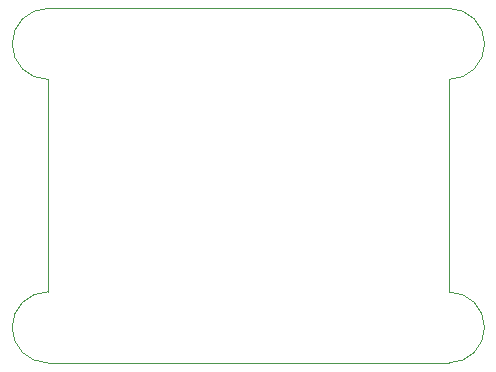
<source format=gbr>
%TF.GenerationSoftware,KiCad,Pcbnew,9.0.5*%
%TF.CreationDate,2025-12-25T12:25:27+05:30*%
%TF.ProjectId,TSH82_Configurable_Op-amp_Board,54534838-325f-4436-9f6e-666967757261,v1.1*%
%TF.SameCoordinates,Original*%
%TF.FileFunction,Profile,NP*%
%FSLAX46Y46*%
G04 Gerber Fmt 4.6, Leading zero omitted, Abs format (unit mm)*
G04 Created by KiCad (PCBNEW 9.0.5) date 2025-12-25 12:25:27*
%MOMM*%
%LPD*%
G01*
G04 APERTURE LIST*
%TA.AperFunction,Profile*%
%ADD10C,0.050000*%
%TD*%
G04 APERTURE END LIST*
D10*
X163000000Y-82000000D02*
G75*
G02*
X160000000Y-85000000I-3000000J0D01*
G01*
X123000000Y-82000000D02*
G75*
G02*
X126000000Y-79000000I3000000J0D01*
G01*
X160000000Y-103000000D02*
G75*
G02*
X163000000Y-106000000I0J-3000000D01*
G01*
X160000000Y-79000000D02*
G75*
G02*
X163000000Y-82000000I0J-3000000D01*
G01*
X126000000Y-103000000D02*
X126000000Y-85000000D01*
X126000000Y-79000000D02*
X160000000Y-79000000D01*
X123000000Y-106000000D02*
G75*
G02*
X126000000Y-103000000I3000000J0D01*
G01*
X160000000Y-85000000D02*
X160000000Y-103000000D01*
X163000000Y-106000000D02*
G75*
G02*
X160000000Y-109000000I-3000000J0D01*
G01*
X126000000Y-109000000D02*
G75*
G02*
X123000000Y-106000000I0J3000000D01*
G01*
X160000000Y-109000000D02*
X126000000Y-109000000D01*
X126000000Y-85000000D02*
G75*
G02*
X123000000Y-82000000I0J3000000D01*
G01*
M02*

</source>
